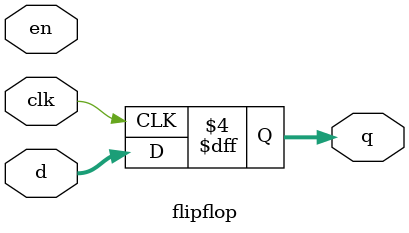
<source format=sv>
`default_nettype none
module flipflop(//input
					clk, en, d, 
					//output
					q);
	
	parameter n = 12;
	input clk;
	input en;
	input[n-1:0] d;
	output reg[n-1:0] q;

	
	always @(posedge clk) begin
		if (en) begin
			q <= d;
		end
		else begin 
			q <= d;
		end
	end
	
endmodule
</source>
